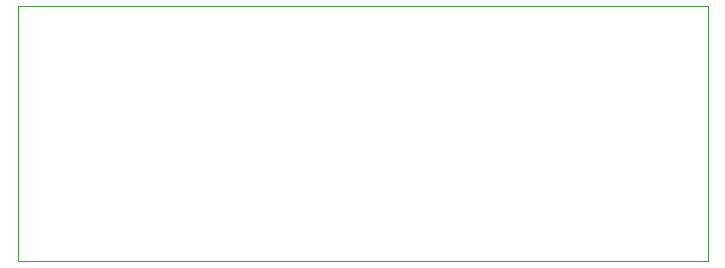
<source format=gm1>
G04 #@! TF.GenerationSoftware,KiCad,Pcbnew,8.0.3*
G04 #@! TF.CreationDate,2024-06-24T13:25:16+02:00*
G04 #@! TF.ProjectId,LimbusZero,4c696d62-7573-45a6-9572-6f2e6b696361,v.0.1*
G04 #@! TF.SameCoordinates,Original*
G04 #@! TF.FileFunction,Profile,NP*
%FSLAX46Y46*%
G04 Gerber Fmt 4.6, Leading zero omitted, Abs format (unit mm)*
G04 Created by KiCad (PCBNEW 8.0.3) date 2024-06-24 13:25:16*
%MOMM*%
%LPD*%
G01*
G04 APERTURE LIST*
G04 #@! TA.AperFunction,Profile*
%ADD10C,0.050000*%
G04 #@! TD*
G04 APERTURE END LIST*
D10*
X81280000Y-64135000D02*
X139700000Y-64135000D01*
X139700000Y-85725000D01*
X81280000Y-85725000D01*
X81280000Y-64135000D01*
M02*

</source>
